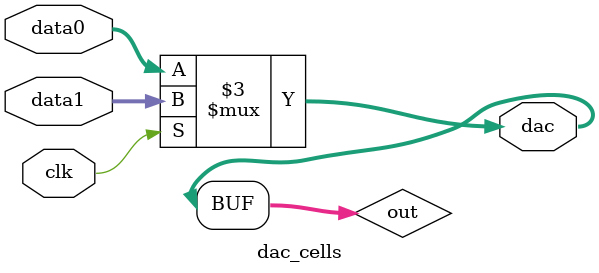
<source format=v>
`timescale 1ns / 1ns

module dac_cells(
	clk,
	data0,
	data1,
	dac
);

parameter width=16;

input  clk;
input  [width-1:0] data0;
input  [width-1:0] data1;
output [width-1:0] dac;

reg [width-1:0] r0=0, r1=0, out=0;
always @(posedge clk) begin
	r0 <= data0;
	r1 <= data1;
end
always @(clk) out <= clk ? data1 : data0;
assign dac = out;

endmodule

</source>
